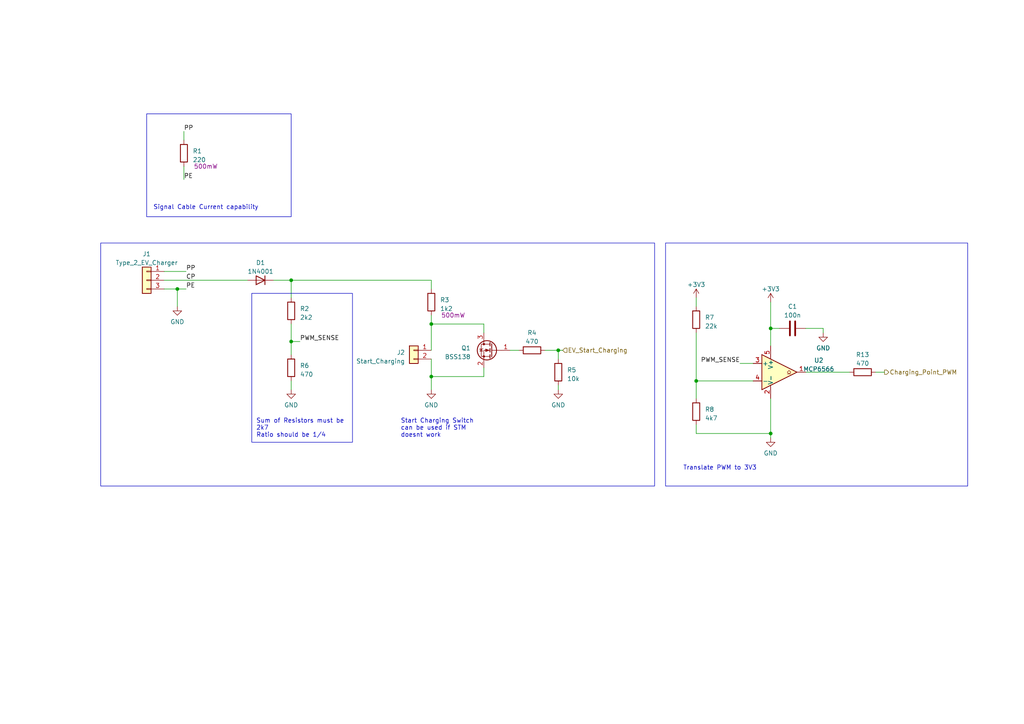
<source format=kicad_sch>
(kicad_sch (version 20231120) (generator "eeschema") (generator_version "8.0")
  (paper "A4")
  (lib_symbols
    (symbol "Comparator:MCP6566" (pin_names (offset 0.127))
      (property "Reference" "U" (at 0 5.08 0))
      (property "Value" "MCP6566" (at 0 -5.08 0))
      (symbol "MCP6566_0_1"
        (polyline (pts (xy -5.08 5.08) (xy 5.08 0) (xy -5.08 -5.08) (xy -5.08 5.08)) (stroke (width 0.254)) (fill (type background)))
        (polyline (pts (xy 3.302 -0.508) (xy 2.794 -0.508) (xy 3.302 0) (xy 2.794 0.508) (xy 2.286 0) (xy 2.794 -0.508) (xy 2.286 -0.508)) (stroke (width 0.127)))
        (pin power_in line (at -2.54 -7.62 90) (length 3.81) (name "V-") (number "2"))
        (pin power_in line (at -2.54 7.62 270) (length 3.81) (name "V+") (number "5"))
      )
      (symbol "MCP6566_1_1"
        (pin open_collector line (at 7.62 0 180) (length 2.54) (name "~") (number "1"))
        (pin input line (at -7.62 2.54 0) (length 2.54) (name "+") (number "3"))
        (pin input line (at -7.62 -2.54 0) (length 2.54) (name "-") (number "4"))
      )
    )
    (symbol "Connector_Generic:Conn_01x02" (pin_names (offset 1.016) hide)
      (property "Reference" "J" (at 0 2.54 0))
      (property "Value" "Conn_01x02" (at 0 -5.08 0))
      (symbol "Conn_01x02_1_1"
        (rectangle (start -1.27 -2.413) (end 0 -2.667) (stroke (width 0.1524)))
        (rectangle (start -1.27 0.127) (end 0 -0.127) (stroke (width 0.1524)))
        (rectangle (start -1.27 1.27) (end 1.27 -3.81) (stroke (width 0.254)) (fill (type background)))
        (pin passive line (at -5.08 0 0) (length 3.81) (name "Pin_1") (number "1"))
        (pin passive line (at -5.08 -2.54 0) (length 3.81) (name "Pin_2") (number "2"))
      )
    )
    (symbol "Connector_Generic:Conn_01x03" (pin_names (offset 1.016) hide)
      (property "Reference" "J" (at 0 5.08 0))
      (property "Value" "Conn_01x03" (at 0 -5.08 0))
      (symbol "Conn_01x03_1_1"
        (rectangle (start -1.27 -2.413) (end 0 -2.667) (stroke (width 0.1524)))
        (rectangle (start -1.27 0.127) (end 0 -0.127) (stroke (width 0.1524)))
        (rectangle (start -1.27 2.667) (end 0 2.413) (stroke (width 0.1524)))
        (rectangle (start -1.27 3.81) (end 1.27 -3.81) (stroke (width 0.254)) (fill (type background)))
        (pin passive line (at -5.08 2.54 0) (length 3.81) (name "Pin_1") (number "1"))
        (pin passive line (at -5.08 0 0) (length 3.81) (name "Pin_2") (number "2"))
        (pin passive line (at -5.08 -2.54 0) (length 3.81) (name "Pin_3") (number "3"))
      )
    )
    (symbol "Device:C" (pin_numbers hide) (pin_names (offset 0.254))
      (property "Reference" "C" (at 0.635 2.54 0))
      (property "Value" "C" (at 0.635 -2.54 0))
      (symbol "C_0_1"
        (polyline (pts (xy -2.032 -0.762) (xy 2.032 -0.762)) (stroke (width 0.508)))
        (polyline (pts (xy -2.032 0.762) (xy 2.032 0.762)) (stroke (width 0.508)))
      )
      (symbol "C_1_1"
        (pin passive line (at 0 3.81 270) (length 2.794) (name "~") (number "1"))
        (pin passive line (at 0 -3.81 90) (length 2.794) (name "~") (number "2"))
      )
    )
    (symbol "Device:R" (pin_numbers hide) (pin_names (offset 0))
      (property "Reference" "R" (at 2.032 0 90))
      (property "Value" "R" (at 0 0 90))
      (symbol "R_0_1"
        (rectangle (start -1.016 -2.54) (end 1.016 2.54) (stroke (width 0.254)))
      )
      (symbol "R_1_1"
        (pin passive line (at 0 3.81 270) (length 1.27) (name "~") (number "1"))
        (pin passive line (at 0 -3.81 90) (length 1.27) (name "~") (number "2"))
      )
    )
    (symbol "Diode:1N4001" (pin_numbers hide) (pin_names hide)
      (property "Reference" "D" (at 0 2.54 0))
      (property "Value" "1N4001" (at 0 -2.54 0))
      (symbol "1N4001_0_1"
        (polyline (pts (xy -1.27 1.27) (xy -1.27 -1.27)) (stroke (width 0.254)))
        (polyline (pts (xy 1.27 0) (xy -1.27 0)))
        (polyline (pts (xy 1.27 1.27) (xy 1.27 -1.27) (xy -1.27 0) (xy 1.27 1.27)) (stroke (width 0.254)))
      )
      (symbol "1N4001_1_1"
        (pin passive line (at -3.81 0 0) (length 2.54) (name "K") (number "1"))
        (pin passive line (at 3.81 0 180) (length 2.54) (name "A") (number "2"))
      )
    )
    (symbol "Transistor_FET:BSS138" (pin_names hide)
      (property "Reference" "Q" (at 5.08 1.905 0))
      (property "Value" "BSS138" (at 5.08 0 0))
      (symbol "BSS138_0_1"
        (polyline (pts (xy 0.254 0) (xy -2.54 0)))
        (polyline (pts (xy 0.254 1.905) (xy 0.254 -1.905)) (stroke (width 0.254)))
        (polyline (pts (xy 0.762 -1.27) (xy 0.762 -2.286)) (stroke (width 0.254)))
        (polyline (pts (xy 0.762 0.508) (xy 0.762 -0.508)) (stroke (width 0.254)))
        (polyline (pts (xy 0.762 2.286) (xy 0.762 1.27)) (stroke (width 0.254)))
        (polyline (pts (xy 2.54 2.54) (xy 2.54 1.778)))
        (polyline (pts (xy 2.54 -2.54) (xy 2.54 0) (xy 0.762 0)))
        (polyline (pts (xy 0.762 -1.778) (xy 3.302 -1.778) (xy 3.302 1.778) (xy 0.762 1.778)))
        (polyline (pts (xy 1.016 0) (xy 2.032 0.381) (xy 2.032 -0.381) (xy 1.016 0)) (fill (type outline)))
        (polyline (pts (xy 2.794 0.508) (xy 2.921 0.381) (xy 3.683 0.381) (xy 3.81 0.254)))
        (polyline (pts (xy 3.302 0.381) (xy 2.921 -0.254) (xy 3.683 -0.254) (xy 3.302 0.381)))
        (circle (center 1.651 0) (radius 2.794) (stroke (width 0.254)))
        (circle (center 2.54 -1.778) (radius 0.254) (fill (type outline)))
        (circle (center 2.54 1.778) (radius 0.254) (fill (type outline)))
      )
      (symbol "BSS138_1_1"
        (pin input line (at -5.08 0 0) (length 2.54) (name "G") (number "1"))
        (pin passive line (at 2.54 -5.08 90) (length 2.54) (name "S") (number "2"))
        (pin passive line (at 2.54 5.08 270) (length 2.54) (name "D") (number "3"))
      )
    )
    (symbol "power:+3V3" (power) (pin_names (offset 0))
      (property "Value" "+3V3" (at 0 3.556 0))
      (symbol "+3V3_0_1"
        (polyline (pts (xy -0.762 1.27) (xy 0 2.54)))
        (polyline (pts (xy 0 0) (xy 0 2.54)))
        (polyline (pts (xy 0 2.54) (xy 0.762 1.27)))
      )
      (symbol "+3V3_1_1"
        (pin power_in line (at 0 0 90) (length 0) hide (name "+3V3") (number "1"))
      )
    )
    (symbol "power:GND" (power) (pin_names (offset 0))
      (property "Value" "GND" (at 0 -3.81 0))
      (symbol "GND_0_1"
        (polyline (pts (xy 0 0) (xy 0 -1.27) (xy 1.27 -1.27) (xy 0 -2.54) (xy -1.27 -1.27) (xy 0 -1.27)))
      )
      (symbol "GND_1_1"
        (pin power_in line (at 0 0 270) (length 0) hide (name "GND") (number "1"))
      )
    )
  )
  (junction (at 51.435 83.82))
  (junction (at 223.52 95.25))
  (junction (at 201.93 110.49))
  (junction (at 161.925 101.6))
  (junction (at 84.455 81.28))
  (junction (at 84.455 99.06))
  (junction (at 223.52 125.73))
  (junction (at 125.095 109.22))
  (junction (at 125.095 93.98))
  (wire (pts (xy 161.925 111.76) (xy 161.925 113.03)))
  (wire (pts (xy 84.455 81.28) (xy 84.455 86.36)))
  (wire (pts (xy 214.63 105.41) (xy 218.44 105.41)))
  (wire (pts (xy 161.925 101.6) (xy 161.925 104.14)))
  (wire (pts (xy 233.68 107.95) (xy 246.38 107.95)))
  (wire (pts (xy 53.34 48.26) (xy 53.34 52.07)))
  (wire (pts (xy 84.455 81.28) (xy 125.095 81.28)))
  (wire (pts (xy 223.52 125.73) (xy 223.52 127)))
  (wire (pts (xy 201.93 86.36) (xy 201.93 88.9)))
  (wire (pts (xy 84.455 99.06) (xy 84.455 102.87)))
  (wire (pts (xy 125.095 104.14) (xy 125.095 109.22)))
  (wire (pts (xy 125.095 93.98) (xy 125.095 91.44)))
  (wire (pts (xy 223.52 95.25) (xy 226.06 95.25)))
  (wire (pts (xy 223.52 115.57) (xy 223.52 125.73)))
  (wire (pts (xy 125.095 109.22) (xy 125.095 113.03)))
  (wire (pts (xy 161.925 101.6) (xy 163.195 101.6)))
  (wire (pts (xy 125.095 81.28) (xy 125.095 83.82)))
  (wire (pts (xy 84.455 110.49) (xy 84.455 113.03)))
  (wire (pts (xy 140.335 93.98) (xy 125.095 93.98)))
  (wire (pts (xy 223.52 95.25) (xy 223.52 100.33)))
  (wire (pts (xy 147.955 101.6) (xy 150.495 101.6)))
  (wire (pts (xy 218.44 110.49) (xy 201.93 110.49)))
  (wire (pts (xy 51.435 83.82) (xy 53.975 83.82)))
  (wire (pts (xy 51.435 83.82) (xy 51.435 88.9)))
  (wire (pts (xy 223.52 87.63) (xy 223.52 95.25)))
  (wire (pts (xy 79.375 81.28) (xy 84.455 81.28)))
  (wire (pts (xy 125.095 93.98) (xy 125.095 101.6)))
  (wire (pts (xy 47.625 78.74) (xy 53.975 78.74)))
  (wire (pts (xy 84.455 99.06) (xy 86.995 99.06)))
  (wire (pts (xy 125.095 109.22) (xy 140.335 109.22)))
  (wire (pts (xy 84.455 93.98) (xy 84.455 99.06)))
  (wire (pts (xy 53.34 38.1) (xy 53.34 40.64)))
  (wire (pts (xy 47.625 83.82) (xy 51.435 83.82)))
  (wire (pts (xy 140.335 96.52) (xy 140.335 93.98)))
  (wire (pts (xy 47.625 81.28) (xy 71.755 81.28)))
  (wire (pts (xy 256.54 107.95) (xy 254 107.95)))
  (wire (pts (xy 140.335 109.22) (xy 140.335 106.68)))
  (wire (pts (xy 201.93 123.19) (xy 201.93 125.73)))
  (wire (pts (xy 201.93 96.52) (xy 201.93 110.49)))
  (wire (pts (xy 158.115 101.6) (xy 161.925 101.6)))
  (wire (pts (xy 201.93 110.49) (xy 201.93 115.57)))
  (wire (pts (xy 238.76 96.52) (xy 238.76 95.25)))
  (wire (pts (xy 238.76 95.25) (xy 233.68 95.25)))
  (wire (pts (xy 201.93 125.73) (xy 223.52 125.73)))
  (rectangle (start 29.21 70.485) (end 189.865 140.97))
  (rectangle (start 42.545 33.02) (end 84.455 62.865))
  (rectangle (start 73.025 85.09) (end 102.235 128.27))
  (rectangle (start 193.04 70.485) (end 280.67 140.97))
  (text "Start Charging Switch \ncan be used if STM\ndoesnt work" (at 116.205 127 0) (effects (font (size 1.27 1.27)) (justify left bottom)))
  (text "Sum of Resistors must be \n2k7\nRatio should be 1/4" (at 74.295 127 0) (effects (font (size 1.27 1.27)) (justify left bottom)))
  (text "Translate PWM to 3V3" (at 198.12 136.525 0) (effects (font (size 1.27 1.27)) (justify left bottom)))
  (text "Signal Cable Current capability" (at 44.45 60.96 0) (effects (font (size 1.27 1.27)) (justify left bottom)))
  (label "PE" (at 53.975 83.82 0))
  (label "PE" (at 53.34 52.07 0))
  (label "PWM_SENSE" (at 214.63 105.41 180))
  (label "PP" (at 53.975 78.74 0))
  (label "PP" (at 53.34 38.1 0))
  (label "PWM_SENSE" (at 86.995 99.06 0))
  (label "CP" (at 53.975 81.28 0))
  (hierarchical_label "Charging_Point_PWM" (shape output) (at 256.54 107.95 0))
  (hierarchical_label "EV_Start_Charging" (shape input) (at 163.195 101.6 0))
  (symbol (lib_id "Comparator:MCP6566") (at 226.06 107.95 0) (unit 1)
    (property "Reference" "U2" (at 237.49 104.5211 0))
    (property "Value" "MCP6566" (at 237.49 107.0611 0))
    (property "Footprint" "Package_TO_SOT_SMD:SOT-23-5_HandSoldering" (effects (hide yes)))
    (property "Datasheet" "http://ww1.microchip.com/downloads/en/DeviceDoc/MCP6566-6R-6U-7-9-1.8V-Low-Power-Open-Drain-Output-Comparator-DS20002143G.pdf" (effects (hide yes)))
    (instances (project "EV_Emulator" (path "" (reference "U2") (unit 1))) (project "EV_Emulator" (path "" (reference "U2") (unit 1))) (project "FT23_Charger" (path "" (reference "U3") (unit 1))))
  )
  (symbol (lib_id "Device:R") (at 84.455 90.17 0) (unit 1)
    (property "Reference" "R2" (at 86.995 89.535 0) (effects (justify left)))
    (property "Value" "2k2" (at 86.995 92.075 0) (effects (justify left)))
    (property "Footprint" "Resistor_THT:R_Axial_DIN0207_L6.3mm_D2.5mm_P10.16mm_Horizontal" (effects (hide yes)))
    (instances (project "EV_Emulator" (path "" (reference "R2") (unit 1))) (project "EV_Emulator" (path "" (reference "R2") (unit 1))) (project "FT23_Charger" (path "" (reference "R17") (unit 1))))
  )
  (symbol (lib_id "power:GND") (at 84.455 113.03 0) (unit 1)
    (property "Reference" "#PWR030" (effects (hide yes)))
    (property "Value" "GND" (at 84.455 117.475 0))
  )
  (symbol (lib_id "power:GND") (at 51.435 88.9 0) (unit 1)
    (property "Reference" "#PWR028" (effects (hide yes)))
    (property "Value" "GND" (at 51.435 93.345 0))
  )
  (symbol (lib_id "power:GND") (at 223.52 127 0) (unit 1)
    (property "Reference" "#PWR036" (effects (hide yes)))
    (property "Value" "GND" (at 223.52 131.445 0))
  )
  (symbol (lib_id "Device:C") (at 229.87 95.25 270) (unit 1)
    (property "Reference" "C1" (at 229.87 88.9 90))
    (property "Value" "100n" (at 229.87 91.44 90))
    (property "Footprint" "Capacitor_SMD:C_0603_1608Metric" (effects (hide yes)))
    (instances (project "EV_Emulator" (path "" (reference "C1") (unit 1))) (project "EV_Emulator" (path "" (reference "C1") (unit 1))) (project "FT23_Charger" (path "" (reference "C12") (unit 1))))
  )
  (symbol (lib_id "Device:R") (at 84.455 106.68 0) (unit 1)
    (property "Reference" "R6" (at 86.995 106.045 0) (effects (justify left)))
    (property "Value" "470" (at 86.995 108.585 0) (effects (justify left)))
    (property "Footprint" "Resistor_THT:R_Axial_DIN0207_L6.3mm_D2.5mm_P10.16mm_Horizontal" (effects (hide yes)))
    (instances (project "EV_Emulator" (path "" (reference "R6") (unit 1))) (project "EV_Emulator" (path "" (reference "R6") (unit 1))) (project "FT23_Charger" (path "" (reference "R18") (unit 1))))
  )
  (symbol (lib_id "power:+3V3") (at 223.52 87.63 0) (unit 1)
    (property "Reference" "#PWR011" (effects (hide yes)))
    (property "Value" "+3V3" (at 223.52 83.82 0))
    (instances (project "EV_Emulator" (path "" (reference "#PWR011") (unit 1))) (project "EV_Emulator" (path "" (reference "#PWR011") (unit 1))) (project "FT23_Charger" (path "" (reference "#PWR033") (unit 1))))
  )
  (symbol (lib_id "Diode:1N4001") (at 75.565 81.28 180) (unit 1)
    (property "Reference" "D1" (at 75.565 76.2 0))
    (property "Value" "1N4001" (at 75.565 78.74 0))
    (property "Footprint" "Diode_THT:D_DO-41_SOD81_P10.16mm_Horizontal" (effects (hide yes)))
    (property "Datasheet" "http://www.vishay.com/docs/88503/1n4001.pdf" (effects (hide yes)))
    (property "Sim.Device" "D" (effects (hide yes)))
    (property "Sim.Pins" "1=K 2=A" (effects (hide yes)))
    (instances (project "EV_Emulator" (path "" (reference "D1") (unit 1))) (project "EV_Emulator" (path "" (reference "D1") (unit 1))) (project "FT23_Charger" (path "" (reference "D4") (unit 1))))
  )
  (symbol (lib_id "Device:R") (at 201.93 92.71 0) (unit 1)
    (property "Reference" "R7" (at 204.47 92.075 0) (effects (justify left)))
    (property "Value" "22k" (at 204.47 94.615 0) (effects (justify left)))
    (property "Footprint" "Resistor_SMD:R_0603_1608Metric" (effects (hide yes)))
    (instances (project "EV_Emulator" (path "" (reference "R7") (unit 1))) (project "EV_Emulator" (path "" (reference "R7") (unit 1))) (project "FT23_Charger" (path "" (reference "R23") (unit 1))))
  )
  (symbol (lib_id "Device:R") (at 125.095 87.63 0) (unit 1)
    (property "Reference" "R3" (at 127.635 86.995 0) (effects (justify left)))
    (property "Value" "1k2" (at 127.635 89.535 0) (effects (justify left)))
    (property "Footprint" "Resistor_THT:R_Axial_DIN0207_L6.3mm_D2.5mm_P10.16mm_Horizontal" (effects (hide yes)))
    (property "Power" "500mW" (at 131.445 91.44 0))
    (instances (project "EV_Emulator" (path "" (reference "R3") (unit 1))) (project "EV_Emulator" (path "" (reference "R3") (unit 1))) (project "FT23_Charger" (path "" (reference "R19") (unit 1))))
  )
  (symbol (lib_id "Transistor_FET:BSS138") (at 142.875 101.6 0) (mirror y) (unit 1)
    (property "Reference" "Q1" (at 136.525 100.965 0) (effects (justify left)))
    (property "Value" "BSS138" (at 136.525 103.505 0) (effects (justify left)))
    (property "Footprint" "Package_TO_SOT_SMD:SOT-23" (effects (hide yes)))
    (property "Datasheet" "https://www.onsemi.com/pub/Collateral/BSS138-D.PDF" (effects (hide yes)))
  )
  (symbol (lib_id "Device:R") (at 250.19 107.95 90) (unit 1)
    (property "Reference" "R13" (at 250.19 102.87 90))
    (property "Value" "470" (at 250.19 105.41 90))
    (property "Footprint" "Resistor_SMD:R_0603_1608Metric" (effects (hide yes)))
    (instances (project "EV_Emulator" (path "" (reference "R13") (unit 1))) (project "EV_Emulator" (path "" (reference "R13") (unit 1))) (project "FT23_Charger" (path "" (reference "R25") (unit 1))))
  )
  (symbol (lib_id "Device:R") (at 201.93 119.38 0) (unit 1)
    (property "Reference" "R8" (at 204.47 118.745 0) (effects (justify left)))
    (property "Value" "4k7" (at 204.47 121.285 0) (effects (justify left)))
    (property "Footprint" "Resistor_SMD:R_0603_1608Metric" (effects (hide yes)))
    (instances (project "EV_Emulator" (path "" (reference "R8") (unit 1))) (project "EV_Emulator" (path "" (reference "R8") (unit 1))) (project "FT23_Charger" (path "" (reference "R24") (unit 1))))
  )
  (symbol (lib_id "Connector_Generic:Conn_01x03") (at 42.545 81.28 0) (mirror y) (unit 1)
    (property "Reference" "J1" (at 42.545 73.66 0))
    (property "Value" "Type_2_EV_Charger" (at 42.545 76.2 0))
    (property "Footprint" "Connector_JST:JST_XH_S3B-XH-A-1_1x03_P2.50mm_Horizontal" (effects (hide yes)))
    (instances (project "EV_Emulator" (path "" (reference "J1") (unit 1))) (project "EV_Emulator" (path "" (reference "J1") (unit 1))) (project "FT23_Charger" (path "" (reference "J2") (unit 1))))
  )
  (symbol (lib_id "power:GND") (at 238.76 96.52 0) (unit 1)
    (property "Reference" "#PWR031" (effects (hide yes)))
    (property "Value" "GND" (at 238.76 100.965 0))
  )
  (symbol (lib_id "power:GND") (at 125.095 113.03 0) (unit 1)
    (property "Reference" "#PWR029" (effects (hide yes)))
    (property "Value" "GND" (at 125.095 117.475 0))
  )
  (symbol (lib_id "Device:R") (at 161.925 107.95 0) (unit 1)
    (property "Reference" "R5" (at 164.465 107.315 0) (effects (justify left)))
    (property "Value" "10k" (at 164.465 109.855 0) (effects (justify left)))
    (property "Footprint" "Resistor_SMD:R_0603_1608Metric" (effects (hide yes)))
    (instances (project "EV_Emulator" (path "" (reference "R5") (unit 1))) (project "EV_Emulator" (path "" (reference "R5") (unit 1))) (project "FT23_Charger" (path "" (reference "R21") (unit 1))))
  )
  (symbol (lib_id "Device:R") (at 53.34 44.45 0) (unit 1)
    (property "Reference" "R1" (at 55.88 43.815 0) (effects (justify left)))
    (property "Value" "220" (at 55.88 46.355 0) (effects (justify left)))
    (property "Footprint" "Resistor_THT:R_Axial_DIN0207_L6.3mm_D2.5mm_P10.16mm_Horizontal" (effects (hide yes)))
    (property "Power" "500mW" (at 59.69 48.26 0))
    (instances (project "EV_Emulator" (path "" (reference "R1") (unit 1))) (project "EV_Emulator" (path "" (reference "R1") (unit 1))) (project "FT23_Charger" (path "" (reference "R22") (unit 1))))
  )
  (symbol (lib_id "Connector_Generic:Conn_01x02") (at 120.015 101.6 0) (mirror y) (unit 1)
    (property "Reference" "J2" (at 117.475 102.235 0) (effects (justify left)))
    (property "Value" "Start_Charging" (at 117.475 104.775 0) (effects (justify left)))
    (property "Footprint" "Connector_PinHeader_2.54mm:PinHeader_1x02_P2.54mm_Vertical" (effects (hide yes)))
    (instances (project "EV_Emulator" (path "" (reference "J2") (unit 1))) (project "EV_Emulator" (path "" (reference "J2") (unit 1))) (project "FT23_Charger" (path "" (reference "J3") (unit 1))))
  )
  (symbol (lib_id "power:GND") (at 161.925 113.03 0) (unit 1)
    (property "Reference" "#PWR034" (effects (hide yes)))
    (property "Value" "GND" (at 161.925 117.475 0))
  )
  (symbol (lib_id "power:+3V3") (at 201.93 86.36 0) (unit 1)
    (property "Reference" "#PWR014" (effects (hide yes)))
    (property "Value" "+3V3" (at 201.93 82.55 0))
    (instances (project "EV_Emulator" (path "" (reference "#PWR014") (unit 1))) (project "EV_Emulator" (path "" (reference "#PWR014") (unit 1))) (project "FT23_Charger" (path "" (reference "#PWR032") (unit 1))))
  )
  (symbol (lib_id "Device:R") (at 154.305 101.6 270) (unit 1)
    (property "Reference" "R4" (at 154.305 96.52 90))
    (property "Value" "470" (at 154.305 99.06 90))
    (property "Footprint" "Resistor_SMD:R_0603_1608Metric" (effects (hide yes)))
    (instances (project "EV_Emulator" (path "" (reference "R4") (unit 1))) (project "EV_Emulator" (path "" (reference "R4") (unit 1))) (project "FT23_Charger" (path "" (reference "R20") (unit 1))))
  )
)
</source>
